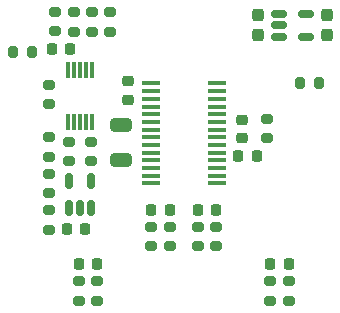
<source format=gtp>
G04 #@! TF.GenerationSoftware,KiCad,Pcbnew,7.0.1*
G04 #@! TF.CreationDate,2023-07-16T12:29:25+02:00*
G04 #@! TF.ProjectId,ADS1234_mass_sensor,41445331-3233-4345-9f6d-6173735f7365,1*
G04 #@! TF.SameCoordinates,Original*
G04 #@! TF.FileFunction,Paste,Top*
G04 #@! TF.FilePolarity,Positive*
%FSLAX46Y46*%
G04 Gerber Fmt 4.6, Leading zero omitted, Abs format (unit mm)*
G04 Created by KiCad (PCBNEW 7.0.1) date 2023-07-16 12:29:25*
%MOMM*%
%LPD*%
G01*
G04 APERTURE LIST*
G04 Aperture macros list*
%AMRoundRect*
0 Rectangle with rounded corners*
0 $1 Rounding radius*
0 $2 $3 $4 $5 $6 $7 $8 $9 X,Y pos of 4 corners*
0 Add a 4 corners polygon primitive as box body*
4,1,4,$2,$3,$4,$5,$6,$7,$8,$9,$2,$3,0*
0 Add four circle primitives for the rounded corners*
1,1,$1+$1,$2,$3*
1,1,$1+$1,$4,$5*
1,1,$1+$1,$6,$7*
1,1,$1+$1,$8,$9*
0 Add four rect primitives between the rounded corners*
20,1,$1+$1,$2,$3,$4,$5,0*
20,1,$1+$1,$4,$5,$6,$7,0*
20,1,$1+$1,$6,$7,$8,$9,0*
20,1,$1+$1,$8,$9,$2,$3,0*%
G04 Aperture macros list end*
%ADD10RoundRect,0.200000X-0.275000X0.200000X-0.275000X-0.200000X0.275000X-0.200000X0.275000X0.200000X0*%
%ADD11RoundRect,0.150000X0.150000X-0.512500X0.150000X0.512500X-0.150000X0.512500X-0.150000X-0.512500X0*%
%ADD12RoundRect,0.200000X0.275000X-0.200000X0.275000X0.200000X-0.275000X0.200000X-0.275000X-0.200000X0*%
%ADD13RoundRect,0.250000X-0.650000X0.325000X-0.650000X-0.325000X0.650000X-0.325000X0.650000X0.325000X0*%
%ADD14RoundRect,0.225000X-0.225000X-0.250000X0.225000X-0.250000X0.225000X0.250000X-0.225000X0.250000X0*%
%ADD15RoundRect,0.225000X0.225000X0.250000X-0.225000X0.250000X-0.225000X-0.250000X0.225000X-0.250000X0*%
%ADD16RoundRect,0.200000X0.200000X0.275000X-0.200000X0.275000X-0.200000X-0.275000X0.200000X-0.275000X0*%
%ADD17RoundRect,0.225000X-0.250000X0.225000X-0.250000X-0.225000X0.250000X-0.225000X0.250000X0.225000X0*%
%ADD18RoundRect,0.237500X-0.237500X0.300000X-0.237500X-0.300000X0.237500X-0.300000X0.237500X0.300000X0*%
%ADD19RoundRect,0.087500X-0.712500X-0.087500X0.712500X-0.087500X0.712500X0.087500X-0.712500X0.087500X0*%
%ADD20RoundRect,0.150000X-0.512500X-0.150000X0.512500X-0.150000X0.512500X0.150000X-0.512500X0.150000X0*%
%ADD21RoundRect,0.200000X-0.200000X-0.275000X0.200000X-0.275000X0.200000X0.275000X-0.200000X0.275000X0*%
%ADD22R,0.300000X1.400000*%
G04 APERTURE END LIST*
D10*
X104645000Y-66545000D03*
X104645000Y-68195000D03*
X114720000Y-71145000D03*
X114720000Y-72795000D03*
D11*
X97690000Y-64950000D03*
X98640000Y-64950000D03*
X99590000Y-64950000D03*
X99590000Y-62675000D03*
X97690000Y-62675000D03*
D10*
X100095000Y-71145000D03*
X100095000Y-72795000D03*
D12*
X95970000Y-60595000D03*
X95970000Y-58945000D03*
D13*
X102090000Y-57945000D03*
X102090000Y-60895000D03*
D12*
X99595000Y-60995000D03*
X99595000Y-59345000D03*
D14*
X108620000Y-65070000D03*
X110170000Y-65070000D03*
D10*
X106245000Y-66545000D03*
X106245000Y-68195000D03*
D15*
X106220000Y-65070000D03*
X104670000Y-65070000D03*
D16*
X118870000Y-54345000D03*
X117220000Y-54345000D03*
D15*
X116295000Y-69670000D03*
X114745000Y-69670000D03*
D10*
X99645000Y-48345000D03*
X99645000Y-49995000D03*
X108595000Y-66545000D03*
X108595000Y-68195000D03*
D12*
X114445000Y-59045000D03*
X114445000Y-57395000D03*
X95995000Y-66795000D03*
X95995000Y-65145000D03*
D15*
X97770000Y-51470000D03*
X96220000Y-51470000D03*
D17*
X102720000Y-54220000D03*
X102720000Y-55770000D03*
D18*
X113725000Y-48562500D03*
X113725000Y-50287500D03*
D17*
X112345000Y-57445000D03*
X112345000Y-58995000D03*
D12*
X101195000Y-49995000D03*
X101195000Y-48345000D03*
X95970000Y-63670000D03*
X95970000Y-62020000D03*
D10*
X98520000Y-71145000D03*
X98520000Y-72795000D03*
X116295000Y-71145000D03*
X116295000Y-72795000D03*
D14*
X97545001Y-66720000D03*
X99095001Y-66720000D03*
D19*
X104620000Y-54395000D03*
X104620000Y-55045000D03*
X104620000Y-55695000D03*
X104620000Y-56345000D03*
X104620000Y-56995000D03*
X104620000Y-57645000D03*
X104620000Y-58295000D03*
X104620000Y-58945000D03*
X104620000Y-59595000D03*
X104620000Y-60245000D03*
X104620000Y-60895000D03*
X104620000Y-61545000D03*
X104620000Y-62195000D03*
X104620000Y-62845000D03*
X110220000Y-62845000D03*
X110220000Y-62195000D03*
X110220000Y-61545000D03*
X110220000Y-60895000D03*
X110220000Y-60245000D03*
X110220000Y-59595000D03*
X110220000Y-58945000D03*
X110220000Y-58295000D03*
X110220000Y-57645000D03*
X110220000Y-56995000D03*
X110220000Y-56345000D03*
X110220000Y-55695000D03*
X110220000Y-55045000D03*
X110220000Y-54395000D03*
D20*
X115495000Y-48520001D03*
X115495000Y-49470001D03*
X115495000Y-50420001D03*
X117770000Y-50420001D03*
X117770000Y-48520001D03*
D12*
X96545000Y-49970000D03*
X96545000Y-48320000D03*
X97670000Y-60995000D03*
X97670000Y-59345000D03*
D10*
X110170000Y-66545000D03*
X110170000Y-68195000D03*
D14*
X98545000Y-69670000D03*
X100095000Y-69670000D03*
D18*
X119525000Y-48562500D03*
X119525000Y-50287500D03*
D15*
X113595000Y-60570000D03*
X112045000Y-60570000D03*
D21*
X92945000Y-51720000D03*
X94595000Y-51720000D03*
D12*
X95970000Y-56170000D03*
X95970000Y-54520000D03*
D22*
X99620000Y-53270000D03*
X99120000Y-53270000D03*
X98620000Y-53270000D03*
X98120000Y-53270000D03*
X97620000Y-53270000D03*
X97620000Y-57670000D03*
X98120000Y-57670000D03*
X98620000Y-57670000D03*
X99120000Y-57670000D03*
X99620000Y-57670000D03*
D10*
X98095000Y-48345000D03*
X98095000Y-49995000D03*
M02*

</source>
